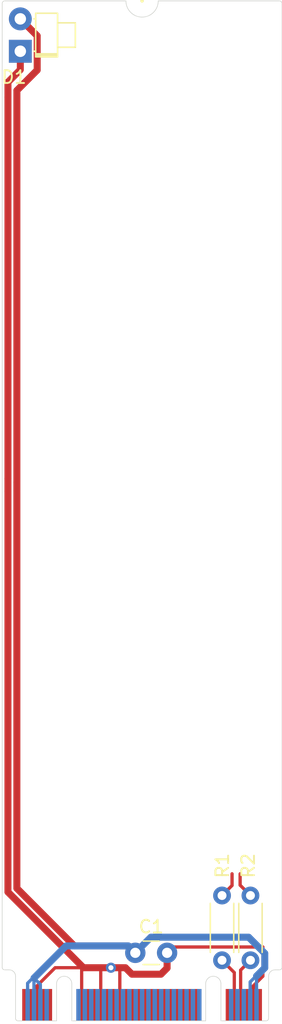
<source format=kicad_pcb>
(kicad_pcb (version 20171130) (host pcbnew 5.1.10)

  (general
    (thickness 1.6)
    (drawings 1)
    (tracks 64)
    (zones 0)
    (modules 5)
    (nets 5)
  )

  (page A4)
  (layers
    (0 Top signal)
    (31 Bottom signal)
    (32 B.Adhes user)
    (33 F.Adhes user)
    (34 B.Paste user)
    (35 F.Paste user)
    (36 B.SilkS user)
    (37 F.SilkS user)
    (38 B.Mask user)
    (39 F.Mask user)
    (40 Dwgs.User user)
    (41 Cmts.User user)
    (42 Eco1.User user)
    (43 Eco2.User user)
    (44 Edge.Cuts user)
    (45 Margin user)
    (46 B.CrtYd user)
    (47 F.CrtYd user)
    (48 B.Fab user)
    (49 F.Fab user)
  )

  (setup
    (last_trace_width 0.55)
    (user_trace_width 0.255)
    (user_trace_width 0.55)
    (user_trace_width 1.1)
    (trace_clearance 0.1524)
    (zone_clearance 0.508)
    (zone_45_only no)
    (trace_min 0.2)
    (via_size 0.8)
    (via_drill 0.4)
    (via_min_size 0.4)
    (via_min_drill 0.3)
    (uvia_size 0.3)
    (uvia_drill 0.1)
    (uvias_allowed no)
    (uvia_min_size 0.2)
    (uvia_min_drill 0.1)
    (edge_width 0.05)
    (segment_width 0.2)
    (pcb_text_width 0.3)
    (pcb_text_size 1.5 1.5)
    (mod_edge_width 0.12)
    (mod_text_size 1 1)
    (mod_text_width 0.15)
    (pad_size 1.524 1.524)
    (pad_drill 0.762)
    (pad_to_mask_clearance 0)
    (aux_axis_origin 0 0)
    (visible_elements FFFFFF7F)
    (pcbplotparams
      (layerselection 0x010fc_ffffffff)
      (usegerberextensions false)
      (usegerberattributes true)
      (usegerberadvancedattributes true)
      (creategerberjobfile true)
      (excludeedgelayer true)
      (linewidth 0.100000)
      (plotframeref false)
      (viasonmask false)
      (mode 1)
      (useauxorigin false)
      (hpglpennumber 1)
      (hpglpenspeed 20)
      (hpglpendiameter 15.000000)
      (psnegative false)
      (psa4output false)
      (plotreference true)
      (plotvalue true)
      (plotinvisibletext false)
      (padsonsilk false)
      (subtractmaskfromsilk false)
      (outputformat 1)
      (mirror false)
      (drillshape 1)
      (scaleselection 1)
      (outputdirectory ""))
  )

  (net 0 "")
  (net 1 +3V3)
  (net 2 GND)
  (net 3 "Net-(R1-Pad2)")
  (net 4 "Net-(R2-Pad2)")

  (net_class Default "This is the default net class."
    (clearance 0.1524)
    (trace_width 0.25)
    (via_dia 0.8)
    (via_drill 0.4)
    (uvia_dia 0.3)
    (uvia_drill 0.1)
    (add_net +3V3)
    (add_net GND)
    (add_net "Net-(R1-Pad2)")
    (add_net "Net-(R2-Pad2)")
    (add_net "Net-(U$1-PadP$1)")
    (add_net "Net-(U$1-PadP$10)")
    (add_net "Net-(U$1-PadP$11)")
    (add_net "Net-(U$1-PadP$20)")
    (add_net "Net-(U$1-PadP$21)")
    (add_net "Net-(U$1-PadP$22)")
    (add_net "Net-(U$1-PadP$23)")
    (add_net "Net-(U$1-PadP$24)")
    (add_net "Net-(U$1-PadP$25)")
    (add_net "Net-(U$1-PadP$26)")
    (add_net "Net-(U$1-PadP$27)")
    (add_net "Net-(U$1-PadP$28)")
    (add_net "Net-(U$1-PadP$29)")
    (add_net "Net-(U$1-PadP$30)")
    (add_net "Net-(U$1-PadP$31)")
    (add_net "Net-(U$1-PadP$32)")
    (add_net "Net-(U$1-PadP$33)")
    (add_net "Net-(U$1-PadP$34)")
    (add_net "Net-(U$1-PadP$35)")
    (add_net "Net-(U$1-PadP$36)")
    (add_net "Net-(U$1-PadP$37)")
    (add_net "Net-(U$1-PadP$38)")
    (add_net "Net-(U$1-PadP$39)")
    (add_net "Net-(U$1-PadP$40)")
    (add_net "Net-(U$1-PadP$41)")
    (add_net "Net-(U$1-PadP$42)")
    (add_net "Net-(U$1-PadP$43)")
    (add_net "Net-(U$1-PadP$44)")
    (add_net "Net-(U$1-PadP$46)")
    (add_net "Net-(U$1-PadP$47)")
    (add_net "Net-(U$1-PadP$48)")
    (add_net "Net-(U$1-PadP$49)")
    (add_net "Net-(U$1-PadP$5)")
    (add_net "Net-(U$1-PadP$50)")
    (add_net "Net-(U$1-PadP$52)")
    (add_net "Net-(U$1-PadP$53)")
    (add_net "Net-(U$1-PadP$54)")
    (add_net "Net-(U$1-PadP$55)")
    (add_net "Net-(U$1-PadP$56)")
    (add_net "Net-(U$1-PadP$58)")
    (add_net "Net-(U$1-PadP$6)")
    (add_net "Net-(U$1-PadP$67)")
    (add_net "Net-(U$1-PadP$68)")
    (add_net "Net-(U$1-PadP$69)")
    (add_net "Net-(U$1-PadP$73)")
    (add_net "Net-(U$1-PadP$75)")
    (add_net "Net-(U$1-PadP$8)")
  )

  (module LED_THT:LED_D1.8mm_W1.8mm_H2.4mm_Horizontal_O1.27mm_Z1.6mm (layer Top) (tedit 5880A863) (tstamp 6101B32C)
    (at 191.6303 76.454 90)
    (descr "LED, ,  diameter 1.8mm size 1.8x2.4mm^2 z-position of LED center 1.6mm, 2 pins")
    (tags "LED   diameter 1.8mm size 1.8x2.4mm^2 z-position of LED center 1.6mm 2 pins")
    (path /6103D7B7)
    (fp_text reference D1 (at -2.032 -0.4953 180) (layer F.SilkS)
      (effects (font (size 1 1) (thickness 0.15)))
    )
    (fp_text value LED (at 1.27 5.33 90) (layer F.Fab)
      (effects (font (size 1 1) (thickness 0.15)))
    )
    (fp_line (start -0.38 1.27) (end -0.38 2.87) (layer F.Fab) (width 0.1))
    (fp_line (start -0.38 2.87) (end 2.92 2.87) (layer F.Fab) (width 0.1))
    (fp_line (start 2.92 2.87) (end 2.92 1.27) (layer F.Fab) (width 0.1))
    (fp_line (start 2.92 1.27) (end -0.38 1.27) (layer F.Fab) (width 0.1))
    (fp_line (start 0.37 2.87) (end 0.37 4.27) (layer F.Fab) (width 0.1))
    (fp_line (start 0.37 4.27) (end 2.17 4.27) (layer F.Fab) (width 0.1))
    (fp_line (start 2.17 4.27) (end 2.17 2.87) (layer F.Fab) (width 0.1))
    (fp_line (start 2.17 2.87) (end 0.37 2.87) (layer F.Fab) (width 0.1))
    (fp_line (start 0 0) (end 0 1.27) (layer F.Fab) (width 0.1))
    (fp_line (start 0 1.27) (end 0 1.27) (layer F.Fab) (width 0.1))
    (fp_line (start 0 1.27) (end 0 0) (layer F.Fab) (width 0.1))
    (fp_line (start 0 0) (end 0 0) (layer F.Fab) (width 0.1))
    (fp_line (start 2.54 0) (end 2.54 1.27) (layer F.Fab) (width 0.1))
    (fp_line (start 2.54 1.27) (end 2.54 1.27) (layer F.Fab) (width 0.1))
    (fp_line (start 2.54 1.27) (end 2.54 0) (layer F.Fab) (width 0.1))
    (fp_line (start 2.54 0) (end 2.54 0) (layer F.Fab) (width 0.1))
    (fp_line (start -0.44 1.21) (end -0.44 2.93) (layer F.SilkS) (width 0.12))
    (fp_line (start -0.44 2.93) (end 2.98 2.93) (layer F.SilkS) (width 0.12))
    (fp_line (start 2.98 2.93) (end 2.98 1.21) (layer F.SilkS) (width 0.12))
    (fp_line (start 2.98 1.21) (end -0.44 1.21) (layer F.SilkS) (width 0.12))
    (fp_line (start -0.32 1.21) (end -0.32 2.93) (layer F.SilkS) (width 0.12))
    (fp_line (start -0.2 1.21) (end -0.2 2.93) (layer F.SilkS) (width 0.12))
    (fp_line (start 0.31 2.93) (end 0.31 4.33) (layer F.SilkS) (width 0.12))
    (fp_line (start 0.31 4.33) (end 2.23 4.33) (layer F.SilkS) (width 0.12))
    (fp_line (start 2.23 4.33) (end 2.23 2.93) (layer F.SilkS) (width 0.12))
    (fp_line (start 2.23 2.93) (end 0.31 2.93) (layer F.SilkS) (width 0.12))
    (fp_line (start 0 1.08) (end 0 1.21) (layer F.SilkS) (width 0.12))
    (fp_line (start 0 1.21) (end 0 1.21) (layer F.SilkS) (width 0.12))
    (fp_line (start 0 1.21) (end 0 1.08) (layer F.SilkS) (width 0.12))
    (fp_line (start 0 1.08) (end 0 1.08) (layer F.SilkS) (width 0.12))
    (fp_line (start 2.54 1.08) (end 2.54 1.21) (layer F.SilkS) (width 0.12))
    (fp_line (start 2.54 1.21) (end 2.54 1.21) (layer F.SilkS) (width 0.12))
    (fp_line (start 2.54 1.21) (end 2.54 1.08) (layer F.SilkS) (width 0.12))
    (fp_line (start 2.54 1.08) (end 2.54 1.08) (layer F.SilkS) (width 0.12))
    (fp_line (start -1.25 -1.25) (end -1.25 4.6) (layer F.CrtYd) (width 0.05))
    (fp_line (start -1.25 4.6) (end 3.75 4.6) (layer F.CrtYd) (width 0.05))
    (fp_line (start 3.75 4.6) (end 3.75 -1.25) (layer F.CrtYd) (width 0.05))
    (fp_line (start 3.75 -1.25) (end -1.25 -1.25) (layer F.CrtYd) (width 0.05))
    (pad 2 thru_hole circle (at 2.54 0 90) (size 1.8 1.8) (drill 0.9) (layers *.Cu *.Mask)
      (net 1 +3V3))
    (pad 1 thru_hole rect (at 0 0 90) (size 1.8 1.8) (drill 0.9) (layers *.Cu *.Mask)
      (net 2 GND))
    (model ${KISYS3DMOD}/LED_THT.3dshapes/LED_D1.8mm_W1.8mm_H2.4mm_Horizontal_O1.27mm_Z1.6mm.wrl
      (at (xyz 0 0 0))
      (scale (xyz 1 1 1))
      (rotate (xyz 0 0 0))
    )
  )

  (module Capacitor_THT:C_Disc_D3.0mm_W1.6mm_P2.50mm (layer Top) (tedit 5AE50EF0) (tstamp 6101B302)
    (at 200.6727 147.1676)
    (descr "C, Disc series, Radial, pin pitch=2.50mm, , diameter*width=3.0*1.6mm^2, Capacitor, http://www.vishay.com/docs/45233/krseries.pdf")
    (tags "C Disc series Radial pin pitch 2.50mm  diameter 3.0mm width 1.6mm Capacitor")
    (path /6104A55D)
    (fp_text reference C1 (at 1.25 -2.05) (layer F.SilkS)
      (effects (font (size 1 1) (thickness 0.15)))
    )
    (fp_text value C_Small (at 1.25 2.05) (layer F.Fab)
      (effects (font (size 1 1) (thickness 0.15)))
    )
    (fp_text user %R (at 1.25 0) (layer F.Fab)
      (effects (font (size 0.6 0.6) (thickness 0.09)))
    )
    (fp_line (start -0.25 -0.8) (end -0.25 0.8) (layer F.Fab) (width 0.1))
    (fp_line (start -0.25 0.8) (end 2.75 0.8) (layer F.Fab) (width 0.1))
    (fp_line (start 2.75 0.8) (end 2.75 -0.8) (layer F.Fab) (width 0.1))
    (fp_line (start 2.75 -0.8) (end -0.25 -0.8) (layer F.Fab) (width 0.1))
    (fp_line (start 0.621 -0.92) (end 1.879 -0.92) (layer F.SilkS) (width 0.12))
    (fp_line (start 0.621 0.92) (end 1.879 0.92) (layer F.SilkS) (width 0.12))
    (fp_line (start -1.05 -1.05) (end -1.05 1.05) (layer F.CrtYd) (width 0.05))
    (fp_line (start -1.05 1.05) (end 3.55 1.05) (layer F.CrtYd) (width 0.05))
    (fp_line (start 3.55 1.05) (end 3.55 -1.05) (layer F.CrtYd) (width 0.05))
    (fp_line (start 3.55 -1.05) (end -1.05 -1.05) (layer F.CrtYd) (width 0.05))
    (pad 2 thru_hole circle (at 2.5 0) (size 1.6 1.6) (drill 0.8) (layers *.Cu *.Mask)
      (net 2 GND))
    (pad 1 thru_hole circle (at 0 0) (size 1.6 1.6) (drill 0.8) (layers *.Cu *.Mask)
      (net 1 +3V3))
    (model ${KISYS3DMOD}/Capacitor_THT.3dshapes/C_Disc_D3.0mm_W1.6mm_P2.50mm.wrl
      (at (xyz 0 0 0))
      (scale (xyz 1 1 1))
      (rotate (xyz 0 0 0))
    )
  )

  (module M.2-Templates:M.2-B+M-KEY (layer Top) (tedit 6101291E) (tstamp 61011DC0)
    (at 201.2061 152.5036)
    (path /BABD3B23)
    (fp_text reference U$1 (at 0 0) (layer F.SilkS) hide
      (effects (font (size 1.27 1.27) (thickness 0.15)))
    )
    (fp_text value M.2-B+M-KEY (at 0 0) (layer F.SilkS) hide
      (effects (font (size 1.27 1.27) (thickness 0.15)))
    )
    (fp_line (start -9.95 -3.5) (end -9.95 -0.2) (layer Edge.Cuts) (width 0.05))
    (fp_line (start -5.525 0) (end 5 0) (layer Edge.Cuts) (width 0.05))
    (fp_line (start 6.2 0) (end 9.75 0) (layer Edge.Cuts) (width 0.05))
    (fp_line (start 9.95 -0.2) (end 9.95 -3.5) (layer Edge.Cuts) (width 0.05))
    (fp_line (start 10.45 -4) (end 10.8 -4) (layer Edge.Cuts) (width 0.05))
    (fp_line (start 11 -4.2) (end 11 -41.5) (layer Edge.Cuts) (width 0.05))
    (fp_line (start -11 -41.5) (end -11 -4.2) (layer Edge.Cuts) (width 0.05))
    (fp_line (start -10.8 -4) (end -10.45 -4) (layer Edge.Cuts) (width 0.05))
    (fp_line (start 5 -2.9) (end 5 0) (layer Edge.Cuts) (width 0.05))
    (fp_line (start 6.2 -2.9) (end 6.2 0) (layer Edge.Cuts) (width 0.05))
    (fp_line (start -5.525 -2.9) (end -5.525 0) (layer Edge.Cuts) (width 0.05))
    (fp_line (start -6.725 -2.9) (end -6.725 0) (layer Edge.Cuts) (width 0.05))
    (fp_line (start -6.725 0) (end -9.75 0) (layer Edge.Cuts) (width 0.05))
    (fp_arc (start -6.125 -2.9) (end -6.125 -3.5) (angle -90) (layer Edge.Cuts) (width 0.05))
    (fp_arc (start -6.125 -2.9) (end -6.125 -3.5) (angle 90) (layer Edge.Cuts) (width 0.05))
    (fp_arc (start 5.6 -2.9) (end 5.6 -3.5) (angle 90) (layer Edge.Cuts) (width 0.05))
    (fp_arc (start 5.6 -2.9) (end 5.6 -3.5) (angle -90) (layer Edge.Cuts) (width 0.05))
    (fp_arc (start 10.45 -3.5) (end 9.95 -3.5) (angle 90) (layer Edge.Cuts) (width 0.05))
    (fp_arc (start -10.45 -3.5) (end -10.45 -4) (angle 90) (layer Edge.Cuts) (width 0.05))
    (fp_arc (start -10.8 -4.2) (end -11 -4.2) (angle -90) (layer Edge.Cuts) (width 0.05))
    (fp_arc (start 10.8 -4.2) (end 10.8 -4) (angle -90) (layer Edge.Cuts) (width 0.05))
    (fp_arc (start 9.75 -0.2) (end 9.75 0) (angle -90) (layer Edge.Cuts) (width 0.05))
    (fp_arc (start -9.75 -0.2) (end -9.95 -0.2) (angle -90) (layer Edge.Cuts) (width 0.05))
    (fp_line (start -10.9993 -79.7971) (end -11 -41.5) (layer Edge.Cuts) (width 0.05))
    (fp_line (start -1.27 -79.9971) (end -10.7993 -79.9971) (layer Edge.Cuts) (width 0.05))
    (fp_line (start 11 -41.5) (end 11 -79.7978) (layer Edge.Cuts) (width 0.05))
    (fp_line (start 10.8066 -79.9971) (end 1.27 -79.9971) (layer Edge.Cuts) (width 0.05))
    (fp_arc (start -10.7993 -79.7971) (end -10.7993 -79.9971) (angle -90) (layer Edge.Cuts) (width 0.05))
    (fp_arc (start 10.8 -79.7978) (end 11 -79.7978) (angle -88.10329152) (layer Edge.Cuts) (width 0.05))
    (fp_circle (center 0 -79.9973) (end 0.0127 -79.9973) (layer F.SilkS) (width 0.12))
    (pad P$75 smd rect (at -9.25 -1.25) (size 0.35 2.5) (layers Top F.Paste F.Mask)
      (solder_mask_margin 0.1016))
    (pad P$74 smd rect (at -9 -1.25) (size 0.35 2.5) (layers Bottom B.Paste B.Mask)
      (net 1 +3V3) (solder_mask_margin 0.1016))
    (pad P$73 smd rect (at -8.75 -1.25) (size 0.35 2.5) (layers Top F.Paste F.Mask)
      (solder_mask_margin 0.1016))
    (pad P$72 smd rect (at -8.5 -1.25) (size 0.35 2.5) (layers Bottom B.Paste B.Mask)
      (net 1 +3V3) (solder_mask_margin 0.1016))
    (pad P$71 smd rect (at -8.25 -1.25) (size 0.35 2.5) (layers Top F.Paste F.Mask)
      (net 2 GND) (solder_mask_margin 0.1016))
    (pad P$70 smd rect (at -8 -1.25) (size 0.35 2.5) (layers Bottom B.Paste B.Mask)
      (net 1 +3V3) (solder_mask_margin 0.1016))
    (pad P$69 smd rect (at -7.75 -1.25) (size 0.35 2.5) (layers Top F.Paste F.Mask)
      (solder_mask_margin 0.1016))
    (pad P$68 smd rect (at -7.5 -1.25) (size 0.35 2.5) (layers Bottom B.Paste B.Mask)
      (solder_mask_margin 0.1016))
    (pad P$67 smd rect (at -7.25 -1.25) (size 0.35 2.5) (layers Top F.Paste F.Mask)
      (solder_mask_margin 0.1016))
    (pad P$58 smd rect (at -5 -1.25) (size 0.35 2.5) (layers Bottom B.Paste B.Mask)
      (solder_mask_margin 0.1016))
    (pad P$57 smd rect (at -4.75 -1.25) (size 0.35 2.5) (layers Top F.Paste F.Mask)
      (net 2 GND) (solder_mask_margin 0.1016))
    (pad P$56 smd rect (at -4.5 -1.25) (size 0.35 2.5) (layers Bottom B.Paste B.Mask)
      (solder_mask_margin 0.1016))
    (pad P$55 smd rect (at -4.25 -1.25) (size 0.35 2.5) (layers Top F.Paste F.Mask)
      (solder_mask_margin 0.1016))
    (pad P$54 smd rect (at -4 -1.25) (size 0.35 2.5) (layers Bottom B.Paste B.Mask)
      (solder_mask_margin 0.1016))
    (pad P$53 smd rect (at -3.75 -1.25) (size 0.35 2.5) (layers Top F.Paste F.Mask)
      (solder_mask_margin 0.1016))
    (pad P$52 smd rect (at -3.5 -1.25) (size 0.35 2.5) (layers Bottom B.Paste B.Mask)
      (solder_mask_margin 0.1016))
    (pad P$51 smd rect (at -3.25 -1.25) (size 0.35 2.5) (layers Top F.Paste F.Mask)
      (net 2 GND) (solder_mask_margin 0.1016))
    (pad P$50 smd rect (at -3 -1.25) (size 0.35 2.5) (layers Bottom B.Paste B.Mask)
      (solder_mask_margin 0.1016))
    (pad P$49 smd rect (at -2.75 -1.25) (size 0.35 2.5) (layers Top F.Paste F.Mask)
      (solder_mask_margin 0.1016))
    (pad P$48 smd rect (at -2.5 -1.25) (size 0.35 2.5) (layers Bottom B.Paste B.Mask)
      (solder_mask_margin 0.1016))
    (pad P$47 smd rect (at -2.25 -1.25) (size 0.35 2.5) (layers Top F.Paste F.Mask)
      (solder_mask_margin 0.1016))
    (pad P$46 smd rect (at -2 -1.25) (size 0.35 2.5) (layers Bottom B.Paste B.Mask)
      (solder_mask_margin 0.1016))
    (pad P$45 smd rect (at -1.75 -1.25) (size 0.35 2.5) (layers Top F.Paste F.Mask)
      (net 2 GND) (solder_mask_margin 0.1016))
    (pad P$44 smd rect (at -1.5 -1.25) (size 0.35 2.5) (layers Bottom B.Paste B.Mask)
      (solder_mask_margin 0.1016))
    (pad P$43 smd rect (at -1.25 -1.25) (size 0.35 2.5) (layers Top F.Paste F.Mask)
      (solder_mask_margin 0.1016))
    (pad P$42 smd rect (at -1 -1.25) (size 0.35 2.5) (layers Bottom B.Paste B.Mask)
      (solder_mask_margin 0.1016))
    (pad P$41 smd rect (at -0.75 -1.25) (size 0.35 2.5) (layers Top F.Paste F.Mask)
      (solder_mask_margin 0.1016))
    (pad P$40 smd rect (at -0.5 -1.25) (size 0.35 2.5) (layers Bottom B.Paste B.Mask)
      (solder_mask_margin 0.1016))
    (pad P$39 smd rect (at -0.25 -1.25) (size 0.35 2.5) (layers Top F.Paste F.Mask)
      (solder_mask_margin 0.1016))
    (pad P$38 smd rect (at 0 -1.25) (size 0.35 2.5) (layers Bottom B.Paste B.Mask)
      (solder_mask_margin 0.1016))
    (pad P$37 smd rect (at 0.25 -1.25) (size 0.35 2.5) (layers Top F.Paste F.Mask)
      (solder_mask_margin 0.1016))
    (pad P$36 smd rect (at 0.5 -1.25) (size 0.35 2.5) (layers Bottom B.Paste B.Mask)
      (solder_mask_margin 0.1016))
    (pad P$35 smd rect (at 0.75 -1.25) (size 0.35 2.5) (layers Top F.Paste F.Mask)
      (solder_mask_margin 0.1016))
    (pad P$34 smd rect (at 1 -1.25) (size 0.35 2.5) (layers Bottom B.Paste B.Mask)
      (solder_mask_margin 0.1016))
    (pad P$33 smd rect (at 1.25 -1.25) (size 0.35 2.5) (layers Top F.Paste F.Mask)
      (solder_mask_margin 0.1016))
    (pad P$32 smd rect (at 1.5 -1.25) (size 0.35 2.5) (layers Bottom B.Paste B.Mask)
      (solder_mask_margin 0.1016))
    (pad P$31 smd rect (at 1.75 -1.25) (size 0.35 2.5) (layers Top F.Paste F.Mask)
      (solder_mask_margin 0.1016))
    (pad P$30 smd rect (at 2 -1.25) (size 0.35 2.5) (layers Bottom B.Paste B.Mask)
      (solder_mask_margin 0.1016))
    (pad P$29 smd rect (at 2.25 -1.25) (size 0.35 2.5) (layers Top F.Paste F.Mask)
      (solder_mask_margin 0.1016))
    (pad P$28 smd rect (at 2.5 -1.25) (size 0.35 2.5) (layers Bottom B.Paste B.Mask)
      (solder_mask_margin 0.1016))
    (pad P$27 smd rect (at 2.75 -1.25) (size 0.35 2.5) (layers Top F.Paste F.Mask)
      (solder_mask_margin 0.1016))
    (pad P$26 smd rect (at 3 -1.25) (size 0.35 2.5) (layers Bottom B.Paste B.Mask)
      (solder_mask_margin 0.1016))
    (pad P$25 smd rect (at 3.25 -1.25) (size 0.35 2.5) (layers Top F.Paste F.Mask)
      (solder_mask_margin 0.1016))
    (pad P$24 smd rect (at 3.5 -1.25) (size 0.35 2.5) (layers Bottom B.Paste B.Mask)
      (solder_mask_margin 0.1016))
    (pad P$23 smd rect (at 3.75 -1.25) (size 0.35 2.5) (layers Top F.Paste F.Mask)
      (solder_mask_margin 0.1016))
    (pad P$22 smd rect (at 4 -1.25) (size 0.35 2.5) (layers Bottom B.Paste B.Mask)
      (solder_mask_margin 0.1016))
    (pad P$21 smd rect (at 4.25 -1.25) (size 0.35 2.5) (layers Top F.Paste F.Mask)
      (solder_mask_margin 0.1016))
    (pad P$20 smd rect (at 4.5 -1.25) (size 0.35 2.5) (layers Bottom B.Paste B.Mask)
      (solder_mask_margin 0.1016))
    (pad P$11 smd rect (at 6.75 -1.25) (size 0.35 2.5) (layers Top F.Paste F.Mask)
      (solder_mask_margin 0.1016))
    (pad P$10 smd rect (at 7 -1.25) (size 0.35 2.5) (layers Bottom B.Paste B.Mask)
      (solder_mask_margin 0.1016))
    (pad P$9 smd rect (at 7.25 -1.25) (size 0.35 2.5) (layers Top F.Paste F.Mask)
      (net 3 "Net-(R1-Pad2)") (solder_mask_margin 0.1016))
    (pad P$8 smd rect (at 7.5 -1.25) (size 0.35 2.5) (layers Bottom B.Paste B.Mask)
      (solder_mask_margin 0.1016))
    (pad P$7 smd rect (at 7.75 -1.25) (size 0.35 2.5) (layers Top F.Paste F.Mask)
      (net 4 "Net-(R2-Pad2)") (solder_mask_margin 0.1016))
    (pad P$6 smd rect (at 8 -1.25) (size 0.35 2.5) (layers Bottom B.Paste B.Mask)
      (solder_mask_margin 0.1016))
    (pad P$5 smd rect (at 8.25 -1.25) (size 0.35 2.5) (layers Top F.Paste F.Mask)
      (solder_mask_margin 0.1016))
    (pad P$4 smd rect (at 8.5 -1.25) (size 0.35 2.5) (layers Bottom B.Paste B.Mask)
      (net 1 +3V3) (solder_mask_margin 0.1016))
    (pad P$3 smd rect (at 8.75 -1.25) (size 0.35 2.5) (layers Top F.Paste F.Mask)
      (net 2 GND) (solder_mask_margin 0.1016))
    (pad P$2 smd rect (at 9 -1.25) (size 0.35 2.5) (layers Bottom B.Paste B.Mask)
      (net 1 +3V3) (solder_mask_margin 0.1016))
    (pad P$1 smd rect (at 9.25 -1.25) (size 0.35 2.5) (layers Top F.Paste F.Mask)
      (solder_mask_margin 0.1016))
  )

  (module Resistor_THT:R_Axial_DIN0204_L3.6mm_D1.6mm_P5.08mm_Horizontal (layer Top) (tedit 5AE5139B) (tstamp 6101948C)
    (at 209.7274 142.6718 270)
    (descr "Resistor, Axial_DIN0204 series, Axial, Horizontal, pin pitch=5.08mm, 0.167W, length*diameter=3.6*1.6mm^2, http://cdn-reichelt.de/documents/datenblatt/B400/1_4W%23YAG.pdf")
    (tags "Resistor Axial_DIN0204 series Axial Horizontal pin pitch 5.08mm 0.167W length 3.6mm diameter 1.6mm")
    (path /610326D8)
    (fp_text reference R2 (at -2.3368 0.1774 90) (layer F.SilkS)
      (effects (font (size 1 1) (thickness 0.15)))
    )
    (fp_text value R_Small (at -4.2418 0.4314 90) (layer F.Fab)
      (effects (font (size 1 1) (thickness 0.15)))
    )
    (fp_text user %R (at 2.54 0 90) (layer F.Fab)
      (effects (font (size 0.72 0.72) (thickness 0.108)))
    )
    (fp_line (start 0.74 -0.8) (end 0.74 0.8) (layer F.Fab) (width 0.1))
    (fp_line (start 0.74 0.8) (end 4.34 0.8) (layer F.Fab) (width 0.1))
    (fp_line (start 4.34 0.8) (end 4.34 -0.8) (layer F.Fab) (width 0.1))
    (fp_line (start 4.34 -0.8) (end 0.74 -0.8) (layer F.Fab) (width 0.1))
    (fp_line (start 0 0) (end 0.74 0) (layer F.Fab) (width 0.1))
    (fp_line (start 5.08 0) (end 4.34 0) (layer F.Fab) (width 0.1))
    (fp_line (start 0.62 -0.92) (end 4.46 -0.92) (layer F.SilkS) (width 0.12))
    (fp_line (start 0.62 0.92) (end 4.46 0.92) (layer F.SilkS) (width 0.12))
    (fp_line (start -0.95 -1.05) (end -0.95 1.05) (layer F.CrtYd) (width 0.05))
    (fp_line (start -0.95 1.05) (end 6.03 1.05) (layer F.CrtYd) (width 0.05))
    (fp_line (start 6.03 1.05) (end 6.03 -1.05) (layer F.CrtYd) (width 0.05))
    (fp_line (start 6.03 -1.05) (end -0.95 -1.05) (layer F.CrtYd) (width 0.05))
    (pad 2 thru_hole oval (at 5.08 0 270) (size 1.4 1.4) (drill 0.7) (layers *.Cu *.Mask)
      (net 4 "Net-(R2-Pad2)"))
    (pad 1 thru_hole circle (at 0 0 270) (size 1.4 1.4) (drill 0.7) (layers *.Cu *.Mask))
    (model ${KISYS3DMOD}/Resistor_THT.3dshapes/R_Axial_DIN0204_L3.6mm_D1.6mm_P5.08mm_Horizontal.wrl
      (at (xyz 0 0 0))
      (scale (xyz 1 1 1))
      (rotate (xyz 0 0 0))
    )
  )

  (module Resistor_THT:R_Axial_DIN0204_L3.6mm_D1.6mm_P5.08mm_Horizontal (layer Top) (tedit 5AE5139B) (tstamp 61019479)
    (at 207.4926 142.6718 270)
    (descr "Resistor, Axial_DIN0204 series, Axial, Horizontal, pin pitch=5.08mm, 0.167W, length*diameter=3.6*1.6mm^2, http://cdn-reichelt.de/documents/datenblatt/B400/1_4W%23YAG.pdf")
    (tags "Resistor Axial_DIN0204 series Axial Horizontal pin pitch 5.08mm 0.167W length 3.6mm diameter 1.6mm")
    (path /61031F94)
    (fp_text reference R1 (at -2.3368 -0.0254 90) (layer F.SilkS)
      (effects (font (size 1 1) (thickness 0.15)))
    )
    (fp_text value R_Small (at -4.2418 0.1016 90) (layer F.Fab)
      (effects (font (size 1 1) (thickness 0.15)))
    )
    (fp_text user %R (at 2.54 0 90) (layer F.Fab)
      (effects (font (size 0.72 0.72) (thickness 0.108)))
    )
    (fp_line (start 0.74 -0.8) (end 0.74 0.8) (layer F.Fab) (width 0.1))
    (fp_line (start 0.74 0.8) (end 4.34 0.8) (layer F.Fab) (width 0.1))
    (fp_line (start 4.34 0.8) (end 4.34 -0.8) (layer F.Fab) (width 0.1))
    (fp_line (start 4.34 -0.8) (end 0.74 -0.8) (layer F.Fab) (width 0.1))
    (fp_line (start 0 0) (end 0.74 0) (layer F.Fab) (width 0.1))
    (fp_line (start 5.08 0) (end 4.34 0) (layer F.Fab) (width 0.1))
    (fp_line (start 0.62 -0.92) (end 4.46 -0.92) (layer F.SilkS) (width 0.12))
    (fp_line (start 0.62 0.92) (end 4.46 0.92) (layer F.SilkS) (width 0.12))
    (fp_line (start -0.95 -1.05) (end -0.95 1.05) (layer F.CrtYd) (width 0.05))
    (fp_line (start -0.95 1.05) (end 6.03 1.05) (layer F.CrtYd) (width 0.05))
    (fp_line (start 6.03 1.05) (end 6.03 -1.05) (layer F.CrtYd) (width 0.05))
    (fp_line (start 6.03 -1.05) (end -0.95 -1.05) (layer F.CrtYd) (width 0.05))
    (pad 2 thru_hole oval (at 5.08 0 270) (size 1.4 1.4) (drill 0.7) (layers *.Cu *.Mask)
      (net 3 "Net-(R1-Pad2)"))
    (pad 1 thru_hole circle (at 0 0 270) (size 1.4 1.4) (drill 0.7) (layers *.Cu *.Mask))
    (model ${KISYS3DMOD}/Resistor_THT.3dshapes/R_Axial_DIN0204_L3.6mm_D1.6mm_P5.08mm_Horizontal.wrl
      (at (xyz 0 0 0))
      (scale (xyz 1 1 1))
      (rotate (xyz 0 0 0))
    )
  )

  (gr_arc (start 201.2061 72.5043) (end 199.9361 72.5043) (angle -180) (layer Edge.Cuts) (width 0.05))

  (segment (start 207.4926 142.6718) (end 208.28 141.8844) (width 0.255) (layer Top) (net 0))
  (segment (start 208.28 141.8844) (end 208.28 140.97) (width 0.255) (layer Top) (net 0))
  (segment (start 209.7274 142.6718) (end 208.915 141.8594) (width 0.255) (layer Top) (net 0))
  (segment (start 208.915 141.8594) (end 208.915 140.97) (width 0.255) (layer Top) (net 0))
  (segment (start 192.2061 151.2536) (end 192.2061 149.5509) (width 0.255) (layer Bottom) (net 1))
  (segment (start 192.2061 149.5509) (end 192.659 149.098) (width 0.255) (layer Bottom) (net 1))
  (segment (start 193.2061 149.6451) (end 193.2061 151.2536) (width 0.255) (layer Bottom) (net 1))
  (segment (start 192.659 149.098) (end 193.2061 149.6451) (width 0.255) (layer Bottom) (net 1))
  (segment (start 192.7061 149.1451) (end 192.659 149.098) (width 0.255) (layer Bottom) (net 1))
  (segment (start 192.7061 151.2536) (end 192.7061 149.1451) (width 0.255) (layer Bottom) (net 1))
  (segment (start 209.7061 151.2536) (end 209.7061 149.4499) (width 0.255) (layer Bottom) (net 1))
  (segment (start 209.7061 149.4499) (end 210.185 148.971) (width 0.255) (layer Bottom) (net 1))
  (segment (start 210.2061 148.9921) (end 210.185 148.971) (width 0.255) (layer Bottom) (net 1))
  (segment (start 210.2061 151.2536) (end 210.2061 148.9921) (width 0.255) (layer Bottom) (net 1))
  (segment (start 200.129499 146.624399) (end 200.6727 147.1676) (width 0.55) (layer Bottom) (net 1))
  (segment (start 195.226801 146.624399) (end 200.129499 146.624399) (width 0.55) (layer Bottom) (net 1))
  (segment (start 192.7061 149.1451) (end 195.226801 146.624399) (width 0.55) (layer Bottom) (net 1))
  (segment (start 210.854801 148.343399) (end 210.2061 148.9921) (width 0.55) (layer Bottom) (net 1))
  (segment (start 209.584353 145.940199) (end 210.854801 147.210647) (width 0.55) (layer Bottom) (net 1))
  (segment (start 210.854801 147.210647) (end 210.854801 148.343399) (width 0.55) (layer Bottom) (net 1))
  (segment (start 201.900101 145.940199) (end 209.584353 145.940199) (width 0.55) (layer Bottom) (net 1))
  (segment (start 200.6727 147.1676) (end 201.900101 145.940199) (width 0.55) (layer Bottom) (net 1))
  (segment (start 192.957701 77.933299) (end 192.957701 75.241401) (width 0.55) (layer Top) (net 1))
  (segment (start 191.361485 79.529515) (end 192.957701 77.933299) (width 0.55) (layer Top) (net 1))
  (segment (start 191.361485 110.260247) (end 191.361485 79.529515) (width 0.55) (layer Top) (net 1))
  (segment (start 191.360933 110.260799) (end 191.361485 110.260247) (width 0.55) (layer Top) (net 1))
  (segment (start 191.36092 142.107564) (end 191.36092 110.934209) (width 0.55) (layer Top) (net 1))
  (segment (start 195.877755 146.624399) (end 191.36092 142.107564) (width 0.55) (layer Top) (net 1))
  (segment (start 192.957701 75.241401) (end 191.6303 73.914) (width 0.55) (layer Top) (net 1))
  (segment (start 191.36092 110.934209) (end 191.360933 110.260799) (width 0.55) (layer Top) (net 1))
  (segment (start 200.129499 146.624399) (end 195.877755 146.624399) (width 0.55) (layer Top) (net 1))
  (segment (start 200.6727 147.1676) (end 200.129499 146.624399) (width 0.55) (layer Top) (net 1))
  (segment (start 192.9561 149.7486) (end 192.9561 151.2536) (width 0.255) (layer Top) (net 2))
  (segment (start 194.3687 148.336) (end 192.9561 149.7486) (width 0.255) (layer Top) (net 2))
  (segment (start 196.596 148.336) (end 194.3687 148.336) (width 0.255) (layer Top) (net 2))
  (segment (start 196.4561 148.4759) (end 196.596 148.336) (width 0.255) (layer Top) (net 2))
  (segment (start 196.4561 151.2536) (end 196.4561 148.4759) (width 0.255) (layer Top) (net 2))
  (segment (start 199.4561 151.2536) (end 199.4561 148.4021) (width 0.255) (layer Top) (net 2))
  (segment (start 197.9561 151.2536) (end 197.9561 148.4261) (width 0.255) (layer Top) (net 2))
  (segment (start 196.596 148.336) (end 198.755 148.336) (width 0.55) (layer Top) (net 2))
  (segment (start 210.704801 149.004899) (end 210.704801 147.282647) (width 0.25) (layer Top) (net 2))
  (segment (start 209.9561 149.7536) (end 210.704801 149.004899) (width 0.25) (layer Top) (net 2))
  (segment (start 209.9561 151.2536) (end 209.9561 149.7536) (width 0.25) (layer Top) (net 2))
  (via (at 198.755 148.336) (size 0.8) (drill 0.4) (layers Top Bottom) (net 2))
  (segment (start 190.65851 142.39851) (end 190.65851 110.971896) (width 0.55) (layer Top) (net 2))
  (segment (start 196.596 148.336) (end 190.65851 142.39851) (width 0.55) (layer Top) (net 2))
  (segment (start 203.6299 146.7104) (end 203.1727 147.1676) (width 0.255) (layer Top) (net 2))
  (segment (start 210.704801 146.7104) (end 203.6299 146.7104) (width 0.255) (layer Top) (net 2))
  (segment (start 210.704801 147.282647) (end 210.704801 146.7104) (width 0.255) (layer Top) (net 2))
  (segment (start 191.6303 77.904) (end 190.659096 78.875204) (width 0.55) (layer Top) (net 2))
  (segment (start 191.6303 76.454) (end 191.6303 77.904) (width 0.55) (layer Top) (net 2))
  (segment (start 190.659096 78.875204) (end 190.659075 80.060801) (width 0.55) (layer Top) (net 2))
  (segment (start 190.659075 80.060801) (end 190.659075 109.9693) (width 0.55) (layer Top) (net 2))
  (segment (start 190.658529 109.969846) (end 190.659075 109.9693) (width 0.55) (layer Top) (net 2))
  (segment (start 190.65851 110.971896) (end 190.658529 109.969846) (width 0.55) (layer Top) (net 2))
  (segment (start 203.1727 148.3633) (end 203.1727 147.1676) (width 0.55) (layer Top) (net 2))
  (segment (start 202.692 148.844) (end 203.1727 148.3633) (width 0.55) (layer Top) (net 2))
  (segment (start 200.406 148.844) (end 202.692 148.844) (width 0.55) (layer Top) (net 2))
  (segment (start 199.898 148.336) (end 200.406 148.844) (width 0.55) (layer Top) (net 2))
  (segment (start 198.755 148.336) (end 199.898 148.336) (width 0.55) (layer Top) (net 2))
  (segment (start 208.4561 148.7153) (end 207.4926 147.7518) (width 0.255) (layer Top) (net 3))
  (segment (start 208.4561 151.2536) (end 208.4561 148.7153) (width 0.255) (layer Top) (net 3))
  (segment (start 208.9561 148.5231) (end 208.9561 151.2536) (width 0.255) (layer Top) (net 4))
  (segment (start 209.7274 147.7518) (end 208.9561 148.5231) (width 0.255) (layer Top) (net 4))

)

</source>
